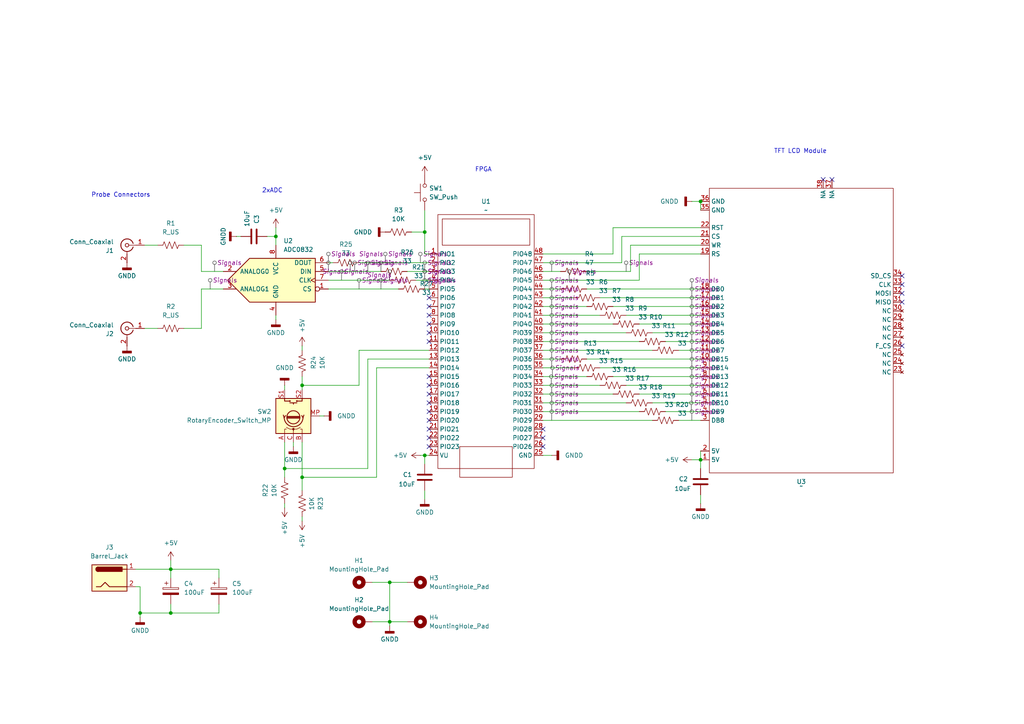
<source format=kicad_sch>
(kicad_sch (version 20231120) (generator "eeschema") (generator_version "8.0")
  (paper "A4")
  (lib_symbols
    (symbol "Analog_ADC:ADC0832" (pin_names (offset 1.016))
      (property "Reference" "U" (at -7.62 7.62 0))
      (property "Value" "ADC0832" (at 3.81 7.62 0))
      (symbol "ADC0832_0_1"
        (polyline (pts (xy -13.97 0) (xy -7.62 6.35) (xy 11.43 6.35) (xy 11.43 -6.35) (xy -7.62 -6.35) (xy -13.97 0)) (stroke (width 0.254)) (fill (type background)))
      )
      (symbol "ADC0832_1_1"
        (pin input inverted (at 15.24 -2.54 180) (length 3.81) (name "CS") (number "1"))
        (pin input line (at -15.24 2.54 0) (length 3.81) (name "ANALOG0") (number "2"))
        (pin input line (at -15.24 -2.54 0) (length 3.81) (name "ANALOG1") (number "3"))
        (pin input line (at 0 -10.16 90) (length 3.81) (name "GND") (number "4"))
        (pin input line (at 15.24 2.54 180) (length 3.81) (name "DIN") (number "5"))
        (pin output line (at 15.24 5.08 180) (length 3.81) (name "DOUT") (number "6"))
        (pin input clock (at 15.24 0 180) (length 3.81) (name "CLK") (number "7"))
        (pin input line (at 0 10.16 270) (length 3.81) (name "VCC") (number "8"))
      )
    )
    (symbol "Arduino:TFT_LCD_ArduinoMegaShield"
      (property "Reference" "U" (at 0 0 0))
      (symbol "TFT_LCD_ArduinoMegaShield_0_1"
        (rectangle (start -26.67 -2.54) (end 26.67 -85.09))
      )
      (symbol "TFT_LCD_ArduinoMegaShield_1_1"
        (pin power_in line (at 29.21 -6.35 180) (length 2.54) (name "5V") (number "1"))
        (pin input line (at 29.21 -35.56 180) (length 2.54) (name "DB15") (number "10"))
        (pin input line (at 29.21 -38.1 180) (length 2.54) (name "DB7") (number "11"))
        (pin input line (at 29.21 -40.64 180) (length 2.54) (name "DB6") (number "12"))
        (pin input line (at 29.21 -43.18 180) (length 2.54) (name "DB5") (number "13"))
        (pin input line (at 29.21 -45.72 180) (length 2.54) (name "DB4") (number "14"))
        (pin input line (at 29.21 -48.26 180) (length 2.54) (name "DB3") (number "15"))
        (pin input line (at 29.21 -50.8 180) (length 2.54) (name "DB2") (number "16"))
        (pin input line (at 29.21 -53.34 180) (length 2.54) (name "DB1") (number "17"))
        (pin input line (at 29.21 -55.88 180) (length 2.54) (name "DB0") (number "18"))
        (pin input line (at 29.21 -66.04 180) (length 2.54) (name "RS") (number "19"))
        (pin power_in line (at 29.21 -8.89 180) (length 2.54) (name "5V") (number "2"))
        (pin input line (at 29.21 -68.58 180) (length 2.54) (name "WR") (number "20"))
        (pin input line (at 29.21 -71.12 180) (length 2.54) (name "CS") (number "21"))
        (pin input line (at 29.21 -73.66 180) (length 2.54) (name "RST") (number "22"))
        (pin no_connect line (at -29.21 -31.75 0) (length 2.54) (name "NC") (number "23"))
        (pin no_connect line (at -29.21 -34.29 0) (length 2.54) (name "NC") (number "24"))
        (pin no_connect line (at -29.21 -36.83 0) (length 2.54) (name "NC") (number "25"))
        (pin input line (at -29.21 -39.37 0) (length 2.54) (name "F_CS") (number "26"))
        (pin no_connect line (at -29.21 -41.91 0) (length 2.54) (name "NC") (number "27"))
        (pin no_connect line (at -29.21 -44.45 0) (length 2.54) (name "NC") (number "28"))
        (pin no_connect line (at -29.21 -46.99 0) (length 2.54) (name "NC") (number "29"))
        (pin input line (at 29.21 -17.78 180) (length 2.54) (name "DB8") (number "3"))
        (pin no_connect line (at -29.21 -49.53 0) (length 2.54) (name "NC") (number "30"))
        (pin output line (at -29.21 -52.07 0) (length 2.54) (name "MISO") (number "31"))
        (pin input line (at -29.21 -54.61 0) (length 2.54) (name "MOSI") (number "32"))
        (pin input line (at -29.21 -57.15 0) (length 2.54) (name "CLK") (number "33"))
        (pin input line (at -29.21 -59.69 0) (length 2.54) (name "SD_CS") (number "34"))
        (pin power_in line (at 29.21 -78.74 180) (length 2.54) (name "GND") (number "35"))
        (pin power_in line (at 29.21 -81.28 180) (length 2.54) (name "GND") (number "36"))
        (pin input line (at -8.89 -87.63 90) (length 2.54) (name "NA") (number "37"))
        (pin input line (at -6.35 -87.63 90) (length 2.54) (name "NA") (number "38"))
        (pin input line (at 29.21 -20.32 180) (length 2.54) (name "DB9") (number "4"))
        (pin input line (at 29.21 -22.86 180) (length 2.54) (name "DB10") (number "5"))
        (pin input line (at 29.21 -25.4 180) (length 2.54) (name "DB11") (number "6"))
        (pin input line (at 29.21 -27.94 180) (length 2.54) (name "DB12") (number "7"))
        (pin input line (at 29.21 -30.48 180) (length 2.54) (name "DB13") (number "8"))
        (pin input line (at 29.21 -33.02 180) (length 2.54) (name "DB14") (number "9"))
      )
    )
    (symbol "Connector:Barrel_Jack" (pin_names (offset 1.016))
      (property "Reference" "J" (at 0 5.334 0))
      (property "Value" "Barrel_Jack" (at 0 -5.08 0))
      (symbol "Barrel_Jack_0_1"
        (rectangle (start -5.08 3.81) (end 5.08 -3.81) (stroke (width 0.254)) (fill (type background)))
        (arc (start -3.302 3.175) (mid -3.9343 2.54) (end -3.302 1.905) (stroke (width 0.254)))
        (arc (start -3.302 3.175) (mid -3.9343 2.54) (end -3.302 1.905) (stroke (width 0.254)) (fill (type outline)))
        (polyline (pts (xy 5.08 2.54) (xy 3.81 2.54)) (stroke (width 0.254)))
        (polyline (pts (xy -3.81 -2.54) (xy -2.54 -2.54) (xy -1.27 -1.27) (xy 0 -2.54) (xy 2.54 -2.54) (xy 5.08 -2.54)) (stroke (width 0.254)))
        (rectangle (start 3.683 3.175) (end -3.302 1.905) (stroke (width 0.254)) (fill (type outline)))
      )
      (symbol "Barrel_Jack_1_1"
        (pin passive line (at 7.62 2.54 180) (length 2.54) (name "~") (number "1"))
        (pin passive line (at 7.62 -2.54 180) (length 2.54) (name "~") (number "2"))
      )
    )
    (symbol "Connector:Conn_Coaxial" (pin_names (offset 1.016) hide)
      (property "Reference" "J" (at 0.254 3.048 0))
      (property "Value" "Conn_Coaxial" (at 2.921 0 90))
      (symbol "Conn_Coaxial_0_1"
        (arc (start -1.778 -0.508) (mid 0.2311 -1.8066) (end 1.778 0) (stroke (width 0.254)))
        (polyline (pts (xy -2.54 0) (xy -0.508 0)))
        (polyline (pts (xy 0 -2.54) (xy 0 -1.778)))
        (circle (center 0 0) (radius 0.508) (stroke (width 0.2032)))
        (arc (start 1.778 0) (mid 0.2099 1.8101) (end -1.778 0.508) (stroke (width 0.254)))
      )
      (symbol "Conn_Coaxial_1_1"
        (pin passive line (at -5.08 0 0) (length 2.54) (name "In") (number "1"))
        (pin passive line (at 0 -5.08 90) (length 2.54) (name "Ext") (number "2"))
      )
    )
    (symbol "Device:C" (pin_numbers hide) (pin_names (offset 0.254))
      (property "Reference" "C" (at 0.635 2.54 0))
      (property "Value" "C" (at 0.635 -2.54 0))
      (symbol "C_0_1"
        (polyline (pts (xy -2.032 -0.762) (xy 2.032 -0.762)) (stroke (width 0.508)))
        (polyline (pts (xy -2.032 0.762) (xy 2.032 0.762)) (stroke (width 0.508)))
      )
      (symbol "C_1_1"
        (pin passive line (at 0 3.81 270) (length 2.794) (name "~") (number "1"))
        (pin passive line (at 0 -3.81 90) (length 2.794) (name "~") (number "2"))
      )
    )
    (symbol "Device:C_Polarized" (pin_numbers hide) (pin_names (offset 0.254))
      (property "Reference" "C" (at 0.635 2.54 0))
      (property "Value" "C_Polarized" (at 0.635 -2.54 0))
      (symbol "C_Polarized_0_1"
        (rectangle (start -2.286 0.508) (end 2.286 1.016))
        (polyline (pts (xy -1.778 2.286) (xy -0.762 2.286)))
        (polyline (pts (xy -1.27 2.794) (xy -1.27 1.778)))
        (rectangle (start 2.286 -0.508) (end -2.286 -1.016) (fill (type outline)))
      )
      (symbol "C_Polarized_1_1"
        (pin passive line (at 0 3.81 270) (length 2.794) (name "~") (number "1"))
        (pin passive line (at 0 -3.81 90) (length 2.794) (name "~") (number "2"))
      )
    )
    (symbol "Device:R_US" (pin_numbers hide) (pin_names (offset 0))
      (property "Reference" "R" (at 2.54 0 90))
      (property "Value" "R_US" (at -2.54 0 90))
      (symbol "R_US_0_1"
        (polyline (pts (xy 0 -2.286) (xy 0 -2.54)))
        (polyline (pts (xy 0 2.286) (xy 0 2.54)))
        (polyline (pts (xy 0 -0.762) (xy 1.016 -1.143) (xy 0 -1.524) (xy -1.016 -1.905) (xy 0 -2.286)))
        (polyline (pts (xy 0 0.762) (xy 1.016 0.381) (xy 0 0) (xy -1.016 -0.381) (xy 0 -0.762)))
        (polyline (pts (xy 0 2.286) (xy 1.016 1.905) (xy 0 1.524) (xy -1.016 1.143) (xy 0 0.762)))
      )
      (symbol "R_US_1_1"
        (pin passive line (at 0 3.81 270) (length 1.27) (name "~") (number "1"))
        (pin passive line (at 0 -3.81 90) (length 1.27) (name "~") (number "2"))
      )
    )
    (symbol "Device:RotaryEncoder_Switch_MP" (pin_names (offset 0.254) hide)
      (property "Reference" "SW" (at 0 8.89 0))
      (property "Value" "RotaryEncoder_Switch_MP" (at 0 6.35 0))
      (symbol "RotaryEncoder_Switch_MP_0_1"
        (rectangle (start -5.08 5.08) (end 5.08 -5.08) (stroke (width 0.254)) (fill (type background)))
        (circle (center -3.81 0) (radius 0.254) (fill (type outline)))
        (circle (center -0.381 0) (radius 1.905) (stroke (width 0.254)))
        (arc (start -0.381 2.667) (mid -3.0988 -0.0635) (end -0.381 -2.794) (stroke (width 0.254)))
        (polyline (pts (xy -0.635 -1.778) (xy -0.635 1.778)) (stroke (width 0.254)))
        (polyline (pts (xy -0.381 -1.778) (xy -0.381 1.778)) (stroke (width 0.254)))
        (polyline (pts (xy -0.127 1.778) (xy -0.127 -1.778)) (stroke (width 0.254)))
        (polyline (pts (xy 3.81 0) (xy 3.429 0)) (stroke (width 0.254)))
        (polyline (pts (xy 3.81 1.016) (xy 3.81 -1.016)) (stroke (width 0.254)))
        (polyline (pts (xy -5.08 -2.54) (xy -3.81 -2.54) (xy -3.81 -2.032)))
        (polyline (pts (xy -5.08 2.54) (xy -3.81 2.54) (xy -3.81 2.032)))
        (polyline (pts (xy 0.254 -3.048) (xy -0.508 -2.794) (xy 0.127 -2.413)) (stroke (width 0.254)))
        (polyline (pts (xy 0.254 2.921) (xy -0.508 2.667) (xy 0.127 2.286)) (stroke (width 0.254)))
        (polyline (pts (xy 5.08 -2.54) (xy 4.318 -2.54) (xy 4.318 -1.016)) (stroke (width 0.254)))
        (polyline (pts (xy 5.08 2.54) (xy 4.318 2.54) (xy 4.318 1.016)) (stroke (width 0.254)))
        (polyline (pts (xy -5.08 0) (xy -3.81 0) (xy -3.81 -1.016) (xy -3.302 -2.032)))
        (polyline (pts (xy -4.318 0) (xy -3.81 0) (xy -3.81 1.016) (xy -3.302 2.032)))
        (circle (center 4.318 -1.016) (radius 0.127) (stroke (width 0.254)))
        (circle (center 4.318 1.016) (radius 0.127) (stroke (width 0.254)))
      )
      (symbol "RotaryEncoder_Switch_MP_1_1"
        (pin passive line (at -7.62 2.54 0) (length 2.54) (name "A") (number "A"))
        (pin passive line (at -7.62 -2.54 0) (length 2.54) (name "B") (number "B"))
        (pin passive line (at -7.62 0 0) (length 2.54) (name "C") (number "C"))
        (pin passive line (at 0 -7.62 90) (length 2.54) (name "MP") (number "MP"))
        (pin passive line (at 7.62 2.54 180) (length 2.54) (name "S1") (number "S1"))
        (pin passive line (at 7.62 -2.54 180) (length 2.54) (name "S2") (number "S2"))
      )
    )
    (symbol "Digilent:C7A35T"
      (property "Reference" "U" (at 0 0 0))
      (symbol "C7A35T_0_1"
        (rectangle (start -13.97 -1.27) (end 13.97 -74.93))
        (rectangle (start -12.7 -2.54) (end 12.7 -10.16))
        (rectangle (start -7.62 -68.58) (end 7.62 -77.47))
      )
      (symbol "C7A35T_1_1"
        (pin bidirectional line (at -16.51 -12.7 0) (length 2.54) (name "PIO1") (number "1"))
        (pin bidirectional line (at -16.51 -35.56 0) (length 2.54) (name "PIO10") (number "10"))
        (pin bidirectional line (at -16.51 -38.1 0) (length 2.54) (name "PIO11") (number "11"))
        (pin bidirectional line (at -16.51 -40.64 0) (length 2.54) (name "PIO12") (number "12"))
        (pin bidirectional line (at -16.51 -43.18 0) (length 2.54) (name "PIO13") (number "13"))
        (pin bidirectional line (at -16.51 -45.72 0) (length 2.54) (name "PIO14") (number "14"))
        (pin bidirectional line (at -16.51 -48.26 0) (length 2.54) (name "PIO15") (number "15"))
        (pin bidirectional line (at -16.51 -50.8 0) (length 2.54) (name "PIO16") (number "16"))
        (pin bidirectional line (at -16.51 -53.34 0) (length 2.54) (name "PIO17") (number "17"))
        (pin bidirectional line (at -16.51 -55.88 0) (length 2.54) (name "PIO18") (number "18"))
        (pin bidirectional line (at -16.51 -58.42 0) (length 2.54) (name "PIO19") (number "19"))
        (pin bidirectional line (at -16.51 -15.24 0) (length 2.54) (name "PIO2") (number "2"))
        (pin bidirectional line (at -16.51 -60.96 0) (length 2.54) (name "PIO20") (number "20"))
        (pin bidirectional line (at -16.51 -63.5 0) (length 2.54) (name "PIO21") (number "21"))
        (pin bidirectional line (at -16.51 -66.04 0) (length 2.54) (name "PIO22") (number "22"))
        (pin bidirectional line (at -16.51 -68.58 0) (length 2.54) (name "PIO23") (number "23"))
        (pin power_in line (at -16.51 -71.12 0) (length 2.54) (name "VU") (number "24"))
        (pin power_in line (at 16.51 -71.12 180) (length 2.54) (name "GND") (number "25"))
        (pin bidirectional line (at 16.51 -68.58 180) (length 2.54) (name "PIO26") (number "26"))
        (pin bidirectional line (at 16.51 -66.04 180) (length 2.54) (name "PIO27") (number "27"))
        (pin bidirectional line (at 16.51 -63.5 180) (length 2.54) (name "PIO28") (number "28"))
        (pin bidirectional line (at 16.51 -60.96 180) (length 2.54) (name "PIO29") (number "29"))
        (pin bidirectional line (at -16.51 -17.78 0) (length 2.54) (name "PIO3") (number "3"))
        (pin bidirectional line (at 16.51 -58.42 180) (length 2.54) (name "PIO30") (number "30"))
        (pin bidirectional line (at 16.51 -55.88 180) (length 2.54) (name "PIO31") (number "31"))
        (pin bidirectional line (at 16.51 -53.34 180) (length 2.54) (name "PIO32") (number "32"))
        (pin bidirectional line (at 16.51 -50.8 180) (length 2.54) (name "PIO33") (number "33"))
        (pin bidirectional line (at 16.51 -48.26 180) (length 2.54) (name "PIO34") (number "34"))
        (pin bidirectional line (at 16.51 -45.72 180) (length 2.54) (name "PIO35") (number "35"))
        (pin bidirectional line (at 16.51 -43.18 180) (length 2.54) (name "PIO36") (number "36"))
        (pin bidirectional line (at 16.51 -40.64 180) (length 2.54) (name "PIO37") (number "37"))
        (pin bidirectional line (at 16.51 -38.1 180) (length 2.54) (name "PIO38") (number "38"))
        (pin bidirectional line (at 16.51 -35.56 180) (length 2.54) (name "PIO39") (number "39"))
        (pin bidirectional line (at -16.51 -20.32 0) (length 2.54) (name "PIO4") (number "4"))
        (pin bidirectional line (at 16.51 -33.02 180) (length 2.54) (name "PIO40") (number "40"))
        (pin bidirectional line (at 16.51 -30.48 180) (length 2.54) (name "PIO41") (number "41"))
        (pin bidirectional line (at 16.51 -27.94 180) (length 2.54) (name "PIO42") (number "42"))
        (pin bidirectional line (at 16.51 -25.4 180) (length 2.54) (name "PIO43") (number "43"))
        (pin bidirectional line (at 16.51 -22.86 180) (length 2.54) (name "PIO44") (number "44"))
        (pin bidirectional line (at 16.51 -20.32 180) (length 2.54) (name "PIO45") (number "45"))
        (pin bidirectional line (at 16.51 -17.78 180) (length 2.54) (name "PIO46") (number "46"))
        (pin bidirectional line (at 16.51 -15.24 180) (length 2.54) (name "PIO47") (number "47"))
        (pin bidirectional line (at 16.51 -12.7 180) (length 2.54) (name "PIO48") (number "48"))
        (pin bidirectional line (at -16.51 -22.86 0) (length 2.54) (name "PIO5") (number "5"))
        (pin bidirectional line (at -16.51 -25.4 0) (length 2.54) (name "PIO6") (number "6"))
        (pin bidirectional line (at -16.51 -27.94 0) (length 2.54) (name "PIO7") (number "7"))
        (pin bidirectional line (at -16.51 -30.48 0) (length 2.54) (name "PIO8") (number "8"))
        (pin bidirectional line (at -16.51 -33.02 0) (length 2.54) (name "PIO9") (number "9"))
      )
    )
    (symbol "Mechanical:MountingHole_Pad" (pin_numbers hide) (pin_names (offset 1.016) hide) (exclude_from_sim yes) (in_bom no)
      (property "Reference" "H" (at 0 6.35 0))
      (property "Value" "MountingHole_Pad" (at 0 4.445 0))
      (symbol "MountingHole_Pad_0_1"
        (circle (center 0 1.27) (radius 1.27) (stroke (width 1.27)))
      )
      (symbol "MountingHole_Pad_1_1"
        (pin input line (at 0 -2.54 90) (length 2.54) (name "1") (number "1"))
      )
    )
    (symbol "Switch:SW_Push" (pin_numbers hide) (pin_names (offset 1.016) hide)
      (property "Reference" "SW" (at 1.27 2.54 0))
      (property "Value" "SW_Push" (at 0 -1.524 0))
      (symbol "SW_Push_0_1"
        (circle (center -2.032 0) (radius 0.508))
        (polyline (pts (xy 0 1.27) (xy 0 3.048)))
        (polyline (pts (xy 2.54 1.27) (xy -2.54 1.27)))
        (circle (center 2.032 0) (radius 0.508))
        (pin passive line (at -5.08 0 0) (length 2.54) (name "1") (number "1"))
        (pin passive line (at 5.08 0 180) (length 2.54) (name "2") (number "2"))
      )
    )
    (symbol "power:+5V" (power) (pin_numbers hide) (pin_names (offset 0) hide)
      (property "Value" "+5V" (at 0 3.556 0))
      (symbol "+5V_0_1"
        (polyline (pts (xy -0.762 1.27) (xy 0 2.54)))
        (polyline (pts (xy 0 0) (xy 0 2.54)))
        (polyline (pts (xy 0 2.54) (xy 0.762 1.27)))
      )
      (symbol "+5V_1_1"
        (pin power_in line (at 0 0 90) (length 0) (name "~") (number "1"))
      )
    )
    (symbol "power:GNDD" (power) (pin_numbers hide) (pin_names (offset 0) hide)
      (property "Value" "GNDD" (at 0 -3.175 0))
      (symbol "GNDD_0_1"
        (rectangle (start -1.27 -1.524) (end 1.27 -2.032) (stroke (width 0.254)) (fill (type outline)))
        (polyline (pts (xy 0 0) (xy 0 -1.524)))
      )
      (symbol "GNDD_1_1"
        (pin power_in line (at 0 0 270) (length 0) (name "~") (number "1"))
      )
    )
  )
  (junction (at 87.63 111.76))
  (junction (at 49.53 165.1))
  (junction (at 80.01 68.58))
  (junction (at 40.64 177.8))
  (junction (at 82.55 135.89))
  (junction (at 123.19 67.31))
  (junction (at 203.2 133.35))
  (junction (at 123.19 132.08))
  (junction (at 49.53 177.8))
  (junction (at 87.63 138.43))
  (junction (at 113.03 180.34))
  (junction (at 203.2 58.42))
  (junction (at 113.03 168.91))
  (no_connect (at 124.46 109.22))
  (no_connect (at 261.62 82.55))
  (no_connect (at 261.62 85.09))
  (no_connect (at 124.46 91.44))
  (no_connect (at 238.76 52.07))
  (no_connect (at 124.46 96.52))
  (no_connect (at 124.46 127))
  (no_connect (at 157.48 129.54))
  (no_connect (at 124.46 99.06))
  (no_connect (at 124.46 111.76))
  (no_connect (at 157.48 124.46))
  (no_connect (at 124.46 88.9))
  (no_connect (at 261.62 80.01))
  (no_connect (at 157.48 127))
  (no_connect (at 261.62 100.33))
  (no_connect (at 124.46 93.98))
  (no_connect (at 124.46 114.3))
  (no_connect (at 261.62 87.63))
  (no_connect (at 124.46 129.54))
  (no_connect (at 124.46 124.46))
  (no_connect (at 124.46 116.84))
  (no_connect (at 124.46 119.38))
  (no_connect (at 124.46 86.36))
  (no_connect (at 124.46 121.92))
  (no_connect (at 241.3 52.07))
  (wire (pts (xy 157.48 114.3) (xy 177.8 114.3)))
  (wire (pts (xy 203.2 143.51) (xy 203.2 146.05)))
  (wire (pts (xy 123.19 73.66) (xy 124.46 73.66)))
  (wire (pts (xy 182.88 78.74) (xy 182.88 71.12)))
  (wire (pts (xy 69.85 68.58) (xy 68.58 68.58)))
  (wire (pts (xy 173.99 106.68) (xy 203.2 106.68)))
  (wire (pts (xy 109.22 106.68) (xy 124.46 106.68)))
  (wire (pts (xy 181.61 91.44) (xy 203.2 91.44)))
  (wire (pts (xy 157.48 109.22) (xy 170.18 109.22)))
  (wire (pts (xy 96.52 76.2) (xy 95.25 76.2)))
  (wire (pts (xy 87.63 111.76) (xy 104.14 111.76)))
  (wire (pts (xy 157.48 121.92) (xy 189.23 121.92)))
  (wire (pts (xy 63.5 165.1) (xy 49.53 165.1)))
  (wire (pts (xy 63.5 167.64) (xy 63.5 165.1)))
  (wire (pts (xy 203.2 130.81) (xy 203.2 133.35)))
  (wire (pts (xy 157.48 73.66) (xy 177.8 73.66)))
  (wire (pts (xy 82.55 128.27) (xy 82.55 135.89)))
  (wire (pts (xy 40.64 177.8) (xy 40.64 170.18)))
  (wire (pts (xy 157.48 101.6) (xy 189.23 101.6)))
  (wire (pts (xy 87.63 151.13) (xy 87.63 149.86)))
  (wire (pts (xy 157.48 88.9) (xy 170.18 88.9)))
  (wire (pts (xy 157.48 81.28) (xy 185.42 81.28)))
  (wire (pts (xy 113.03 168.91) (xy 113.03 180.34)))
  (wire (pts (xy 170.18 78.74) (xy 182.88 78.74)))
  (wire (pts (xy 123.19 67.31) (xy 123.19 73.66)))
  (wire (pts (xy 113.03 168.91) (xy 118.11 168.91)))
  (wire (pts (xy 157.48 119.38) (xy 185.42 119.38)))
  (wire (pts (xy 203.2 68.58) (xy 180.34 68.58)))
  (wire (pts (xy 41.91 95.25) (xy 45.72 95.25)))
  (wire (pts (xy 106.68 104.14) (xy 124.46 104.14)))
  (wire (pts (xy 107.95 168.91) (xy 113.03 168.91)))
  (wire (pts (xy 104.14 101.6) (xy 124.46 101.6)))
  (wire (pts (xy 58.42 71.12) (xy 58.42 78.74)))
  (wire (pts (xy 87.63 128.27) (xy 87.63 138.43)))
  (wire (pts (xy 106.68 135.89) (xy 106.68 104.14)))
  (wire (pts (xy 157.48 78.74) (xy 162.56 78.74)))
  (wire (pts (xy 177.8 88.9) (xy 203.2 88.9)))
  (wire (pts (xy 113.03 180.34) (xy 118.11 180.34)))
  (wire (pts (xy 181.61 111.76) (xy 203.2 111.76)))
  (wire (pts (xy 87.63 109.22) (xy 87.63 111.76)))
  (wire (pts (xy 49.53 175.26) (xy 49.53 177.8)))
  (wire (pts (xy 177.8 109.22) (xy 203.2 109.22)))
  (wire (pts (xy 189.23 116.84) (xy 203.2 116.84)))
  (wire (pts (xy 93.98 120.65) (xy 92.71 120.65)))
  (wire (pts (xy 104.14 111.76) (xy 104.14 101.6)))
  (wire (pts (xy 157.48 83.82) (xy 162.56 83.82)))
  (wire (pts (xy 123.19 83.82) (xy 124.46 83.82)))
  (wire (pts (xy 87.63 100.33) (xy 87.63 101.6)))
  (wire (pts (xy 58.42 95.25) (xy 53.34 95.25)))
  (wire (pts (xy 196.85 101.6) (xy 203.2 101.6)))
  (wire (pts (xy 58.42 78.74) (xy 64.77 78.74)))
  (wire (pts (xy 157.48 91.44) (xy 173.99 91.44)))
  (wire (pts (xy 182.88 71.12) (xy 203.2 71.12)))
  (wire (pts (xy 95.25 81.28) (xy 113.03 81.28)))
  (wire (pts (xy 193.04 99.06) (xy 203.2 99.06)))
  (wire (pts (xy 157.48 104.14) (xy 162.56 104.14)))
  (wire (pts (xy 170.18 83.82) (xy 203.2 83.82)))
  (wire (pts (xy 113.03 180.34) (xy 113.03 181.61)))
  (wire (pts (xy 49.53 165.1) (xy 49.53 167.64)))
  (wire (pts (xy 87.63 111.76) (xy 87.63 113.03)))
  (wire (pts (xy 82.55 147.32) (xy 82.55 146.05)))
  (wire (pts (xy 41.91 71.12) (xy 45.72 71.12)))
  (wire (pts (xy 157.48 99.06) (xy 185.42 99.06)))
  (wire (pts (xy 203.2 133.35) (xy 203.2 135.89)))
  (wire (pts (xy 196.85 121.92) (xy 203.2 121.92)))
  (wire (pts (xy 203.2 58.42) (xy 203.2 60.96)))
  (wire (pts (xy 118.11 78.74) (xy 124.46 78.74)))
  (wire (pts (xy 82.55 111.76) (xy 82.55 113.03)))
  (wire (pts (xy 123.19 142.24) (xy 123.19 144.78)))
  (wire (pts (xy 80.01 91.44) (xy 80.01 92.71)))
  (wire (pts (xy 85.09 128.27) (xy 85.09 129.54)))
  (wire (pts (xy 95.25 78.74) (xy 110.49 78.74)))
  (wire (pts (xy 87.63 138.43) (xy 87.63 142.24)))
  (wire (pts (xy 177.8 73.66) (xy 177.8 66.04)))
  (wire (pts (xy 157.48 76.2) (xy 180.34 76.2)))
  (wire (pts (xy 40.64 179.07) (xy 40.64 177.8)))
  (wire (pts (xy 157.48 96.52) (xy 181.61 96.52)))
  (wire (pts (xy 80.01 68.58) (xy 77.47 68.58)))
  (wire (pts (xy 200.66 58.42) (xy 203.2 58.42)))
  (wire (pts (xy 63.5 177.8) (xy 49.53 177.8)))
  (wire (pts (xy 173.99 86.36) (xy 203.2 86.36)))
  (wire (pts (xy 80.01 66.04) (xy 80.01 68.58)))
  (wire (pts (xy 170.18 104.14) (xy 203.2 104.14)))
  (wire (pts (xy 177.8 66.04) (xy 203.2 66.04)))
  (wire (pts (xy 49.53 162.56) (xy 49.53 165.1)))
  (wire (pts (xy 63.5 175.26) (xy 63.5 177.8)))
  (wire (pts (xy 180.34 68.58) (xy 180.34 76.2)))
  (wire (pts (xy 185.42 114.3) (xy 203.2 114.3)))
  (wire (pts (xy 189.23 96.52) (xy 203.2 96.52)))
  (wire (pts (xy 123.19 132.08) (xy 123.19 134.62)))
  (wire (pts (xy 82.55 135.89) (xy 106.68 135.89)))
  (wire (pts (xy 107.95 180.34) (xy 113.03 180.34)))
  (wire (pts (xy 123.19 132.08) (xy 124.46 132.08)))
  (wire (pts (xy 64.77 83.82) (xy 58.42 83.82)))
  (wire (pts (xy 104.14 76.2) (xy 124.46 76.2)))
  (wire (pts (xy 200.66 133.35) (xy 203.2 133.35)))
  (wire (pts (xy 119.38 67.31) (xy 123.19 67.31)))
  (wire (pts (xy 185.42 73.66) (xy 185.42 81.28)))
  (wire (pts (xy 87.63 138.43) (xy 109.22 138.43)))
  (wire (pts (xy 53.34 71.12) (xy 58.42 71.12)))
  (wire (pts (xy 109.22 138.43) (xy 109.22 106.68)))
  (wire (pts (xy 157.48 111.76) (xy 173.99 111.76)))
  (wire (pts (xy 157.48 106.68) (xy 166.37 106.68)))
  (wire (pts (xy 157.48 116.84) (xy 181.61 116.84)))
  (wire (pts (xy 185.42 93.98) (xy 203.2 93.98)))
  (wire (pts (xy 193.04 119.38) (xy 203.2 119.38)))
  (wire (pts (xy 95.25 83.82) (xy 115.57 83.82)))
  (wire (pts (xy 203.2 73.66) (xy 185.42 73.66)))
  (wire (pts (xy 40.64 170.18) (xy 39.37 170.18)))
  (wire (pts (xy 82.55 135.89) (xy 82.55 138.43)))
  (wire (pts (xy 157.48 93.98) (xy 177.8 93.98)))
  (wire (pts (xy 58.42 83.82) (xy 58.42 95.25)))
  (wire (pts (xy 39.37 165.1) (xy 49.53 165.1)))
  (wire (pts (xy 121.92 132.08) (xy 123.19 132.08)))
  (wire (pts (xy 120.65 81.28) (xy 124.46 81.28)))
  (wire (pts (xy 123.19 60.96) (xy 123.19 67.31)))
  (wire (pts (xy 49.53 177.8) (xy 40.64 177.8)))
  (wire (pts (xy 80.01 68.58) (xy 80.01 71.12)))
  (wire (pts (xy 157.48 132.08) (xy 160.02 132.08)))
  (wire (pts (xy 157.48 86.36) (xy 166.37 86.36)))
  (text "TFT LCD Module" (at 232.156 43.942 0) (effects (font (size 1.27 1.27))))
  (text "Probe Connectors" (at 35.052 56.642 0) (effects (font (size 1.27 1.27))))
  (text "FPGA" (at 140.208 49.276 0) (effects (font (size 1.27 1.27))))
  (text "2xADC" (at 78.994 55.372 0) (effects (font (size 1.27 1.27))))
  (netclass_flag "" (length 2.54) (shape round) (at 160.02 116.84 0) (property "Netclass" "Signals" (at 160.7185 114.3 0) (effects (font (italic yes)) (justify left))))
  (netclass_flag "" (length 2.54) (shape round) (at 123.19 81.28 0) (property "Netclass" "Signals" (at 123.8885 78.74 0) (effects (font (italic yes)) (justify left))))
  (netclass_flag "" (length 2.54) (shape round) (at 123.19 81.28 0) (property "Netclass" "Signals" (at 123.8885 78.74 0) (effects (font (italic yes)) (justify left))))
  (netclass_flag "" (length 2.54) (shape round) (at 200.66 116.84 0) (property "Netclass" "Signals" (at 201.3585 114.3 0) (effects (font (italic yes)) (justify left))))
  (netclass_flag "" (length 2.54) (shape round) (at 160.02 99.06 0) (property "Netclass" "Signals" (at 160.7185 96.52 0) (effects (font (italic yes)) (justify left))))
  (netclass_flag "" (length 2.54) (shape round) (at 101.5759 78.74 0) (property "Netclass" "Signals" (at 104.0524 73.66 0) (effects (font (italic yes)) (justify left))))
  (netclass_flag "" (length 2.54) (shape round) (at 160.02 88.9 0) (property "Netclass" "Signals" (at 160.7185 86.36 0) (effects (font (italic yes)) (justify left))))
  (netclass_flag "" (length 2.54) (shape round) (at 110.49 78.74 0) (property "Netclass" "Signals" (at 111.1885 76.2 0) (effects (font (italic yes)) (justify left))))
  (netclass_flag "" (length 2.54) (shape round) (at 60.96 83.82 0) (property "Netclass" "Signals" (at 61.6585 81.28 0) (effects (font (italic yes)) (justify left))))
  (netclass_flag "" (length 2.54) (shape round) (at 181.61 78.74 0) (property "Netclass" "Signals" (at 182.3085 76.2 0) (effects (font (italic yes)) (justify left))))
  (netclass_flag "" (length 2.54) (shape round) (at 200.66 111.76 0) (property "Netclass" "Signals" (at 201.3585 109.22 0) (effects (font (italic yes)) (justify left))))
  (netclass_flag "" (length 2.54) (shape round) (at 200.66 99.06 0) (property "Netclass" "Signals" (at 201.3585 96.52 0) (effects (font (italic yes)) (justify left))))
  (netclass_flag "" (length 2.54) (shape round) (at 160.02 114.3 0) (property "Netclass" "Signals" (at 160.7185 111.76 0) (effects (font (italic yes)) (justify left))))
  (netclass_flag "" (length 2.54) (shape round) (at 200.66 104.14 0) (property "Netclass" "Signals" (at 201.3585 101.6 0) (effects (font (italic yes)) (justify left))))
  (netclass_flag "" (length 2.54) (shape round) (at 104.14 83.82 0) (property "Netclass" "Signals" (at 104.8385 81.28 0) (effects (font (italic yes)) (justify left))))
  (netclass_flag "" (length 2.54) (shape round) (at 200.66 114.3 0) (property "Netclass" "Signals" (at 201.3585 111.76 0) (effects (font (italic yes)) (justify left))))
  (netclass_flag "" (length 2.54) (shape round) (at 110.49 83.82 0) (property "Netclass" "Signals" (at 111.1885 81.28 0) (effects (font (italic yes)) (justify left))))
  (netclass_flag "" (length 2.54) (shape round) (at 200.66 91.44 0) (property "Netclass" "Signals" (at 201.3585 88.9 0) (effects (font (italic yes)) (justify left))))
  (netclass_flag "" (length 2.54) (shape round) (at 102.87 78.74 0) (property "Netclass" "Signals" (at 103.5685 76.2 0) (effects (font (italic yes)) (justify left))))
  (netclass_flag "" (length 2.54) (shape round) (at 62.23 78.74 0) (property "Netclass" "Signals" (at 62.9285 76.2 0) (effects (font (italic yes)) (justify left))))
  (netclass_flag "" (length 2.54) (shape round) (at 160.02 86.36 0) (property "Netclass" "Signals" (at 160.7185 83.82 0) (effects (font (italic yes)) (justify left))))
  (netclass_flag "" (length 2.54) (shape round) (at 200.66 96.52 0) (property "Netclass" "Signals" (at 201.3585 93.98 0) (effects (font (italic yes)) (justify left))))
  (netclass_flag "" (length 2.54) (shape round) (at 95.25 78.74 0) (property "Netclass" "Signals" (at 93.472 78.74 0) (effects (font (italic yes)) (justify left))))
  (netclass_flag "" (length 2.54) (shape round) (at 159.8868 111.76 0) (property "Netclass" "Signals" (at 160.5853 109.22 0) (effects (font (italic yes)) (justify left))))
  (netclass_flag "" (length 2.54) (shape round) (at 160.0199 93.98 0) (property "Netclass" "Signals" (at 160.7184 91.44 0) (effects (font (italic yes)) (justify left))))
  (netclass_flag "" (length 2.54) (shape round) (at 200.66 83.82 0) (property "Netclass" "Signals" (at 201.3585 81.28 0) (effects (font (italic yes)) (justify left))))
  (netclass_flag "" (length 2.54) (shape round) (at 113.03 81.28 0) (property "Netclass" "Signals" (at 106.426 79.756 0) (effects (font (italic yes)) (justify left))))
  (netclass_flag "" (length 2.54) (shape round) (at 200.66 86.36 0) (property "Netclass" "Signals" (at 201.3585 83.82 0) (effects (font (italic yes)) (justify left))))
  (netclass_flag "" (length 2.54) (shape round) (at 160.02 96.52 0) (property "Netclass" "Signals" (at 160.7185 93.98 0) (effects (font (italic yes)) (justify left))))
  (netclass_flag "" (length 2.54) (shape round) (at 121.92 76.2 0) (property "Netclass" "Signals" (at 122.6185 73.66 0) (effects (font (italic yes)) (justify left))))
  (netclass_flag "" (length 2.54) (shape round) (at 123.19 83.82 0) (property "Netclass" "Signals" (at 123.8885 81.28 0) (effects (font (italic yes)) (justify left))))
  (netclass_flag "" (length 2.54) (shape round) (at 200.66 101.6 0) (property "Netclass" "Signals" (at 201.3585 99.06 0) (effects (font (italic yes)) (justify left))))
  (netclass_flag "" (length 2.54) (shape round) (at 200.66 109.22 0) (property "Netclass" "Signals" (at 201.3585 106.68 0) (effects (font (italic yes)) (justify left))))
  (netclass_flag "" (length 2.54) (shape round) (at 160.02 101.6 0) (property "Netclass" "Signals" (at 160.7185 99.06 0) (effects (font (italic yes)) (justify left))))
  (netclass_flag "" (length 2.54) (shape round) (at 106.68 78.74 0) (property "Netclass" "Signals" (at 107.3785 76.2 0) (effects (font (italic yes)) (justify left))))
  (netclass_flag "" (length 2.54) (shape round) (at 160.02 78.74 0) (property "Netclass" "Signals" (at 160.7185 76.2 0) (effects (font (italic yes)) (justify left))))
  (netclass_flag "" (length 2.54) (shape round) (at 200.66 121.92 0) (property "Netclass" "Signals" (at 201.3585 119.38 0) (effects (font (italic yes)) (justify left))))
  (netclass_flag "" (length 2.54) (shape round) (at 160.02 91.44 0) (property "Netclass" "Signals" (at 160.7185 88.9 0) (effects (font (italic yes)) (justify left))))
  (netclass_flag "" (length 2.54) (shape round) (at 200.66 88.9 0) (property "Netclass" "Signals" (at 201.3585 86.36 0) (effects (font (italic yes)) (justify left))))
  (netclass_flag "" (length 2.54) (shape round) (at 160.02 104.14 0) (property "Netclass" "Signals" (at 160.7185 101.6 0) (effects (font (italic yes)) (justify left))))
  (netclass_flag "" (length 2.54) (shape round) (at 160.2197 109.22 0) (property "Netclass" "Signals" (at 160.9182 106.68 0) (effects (font (italic yes)) (justify left))))
  (netclass_flag "" (length 2.54) (shape round) (at 111.76 76.2 0) (property "Netclass" "Signals" (at 112.4585 73.66 0) (effects (font (italic yes)) (justify left))))
  (netclass_flag "" (length 2.54) (shape round) (at 160.02 119.38 0) (property "Netclass" "Signals" (at 160.7185 116.84 0) (effects (font (italic yes)) (justify left))))
  (netclass_flag "" (length 2.54) (shape round) (at 200.66 106.68 0) (property "Netclass" "Signals" (at 201.3585 104.14 0) (effects (font (italic yes)) (justify left))))
  (netclass_flag "" (length 2.54) (shape round) (at 165.1 81.28 0) (property "Netclass" "Signals" (at 165.7985 78.74 0) (effects (font (italic yes)) (justify left))))
  (netclass_flag "" (length 2.54) (shape round) (at 124.46 83.82 0) (property "Netclass" "Signals" (at 125.1585 81.28 0) (effects (font (italic yes)) (justify left))))
  (netclass_flag "" (length 2.54) (shape round) (at 95.25 76.2 0) (property "Netclass" "Signals" (at 95.9485 73.66 0) (effects (font (italic yes)) (justify left))))
  (netclass_flag "" (length 2.54) (shape round) (at 200.66 93.98 0) (property "Netclass" "Signals" (at 201.3585 91.44 0) (effects (font (italic yes)) (justify left))))
  (netclass_flag "" (length 2.54) (shape round) (at 160.02 83.82 0) (property "Netclass" "Signals" (at 160.7185 81.28 0) (effects (font (italic yes)) (justify left))))
  (netclass_flag "" (length 2.54) (shape round) (at 200.5007 119.38 0) (property "Netclass" "Signals" (at 201.1992 116.84 0) (effects (font (italic yes)) (justify left))))
  (netclass_flag "" (length 2.54) (shape round) (at 160.02 121.92 0) (property "Netclass" "Signals" (at 160.7185 119.38 0) (effects (font (italic yes)) (justify left))))
  (netclass_flag "" (length 2.54) (shape round) (at 99.06 81.28 0) (property "Netclass" "Signals" (at 99.7585 78.74 0) (effects (font (italic yes)) (justify left))))
  (netclass_flag "" (length 2.54) (shape round) (at 160.02 106.68 0) (property "Netclass" "Signals" (at 160.7185 104.14 0) (effects (font (italic yes)) (justify left))))
  (netclass_flag "" (length 2.54) (shape round) (at 123.19 78.74 0) (property "Netclass" "Signals" (at 123.8885 76.2 0) (effects (font (italic yes)) (justify left))))
  (netclass_flag "" (length 2.54) (shape round) (at 123.19 81.28 0) (property "Netclass" "Signals" (at 123.8885 78.74 0) (effects (font (italic yes)) (justify left))))
  (symbol (lib_id "Device:R_US") (at 185.42 96.52 90) (unit 1)
    (property "Reference" "R10" (at 190.246 91.948 90))
    (property "Value" "33" (at 190.246 94.488 90))
    (property "Footprint" "Resistor_SMD:R_0805_2012Metric_Pad1.20x1.40mm_HandSolder" (effects (hide yes)))
    (property "Description" "Resistor, US symbol" (effects (hide yes)))
  )
  (symbol (lib_id "Mechanical:MountingHole_Pad") (at 120.65 168.91 270) (unit 1) (exclude_from_sim yes) (in_bom no)
    (property "Reference" "H3" (at 124.46 167.6399 90) (effects (justify left)))
    (property "Value" "MountingHole_Pad" (at 124.46 170.1799 90) (effects (justify left)))
    (property "Footprint" "MountingHole:MountingHole_3.2mm_M3_DIN965_Pad" (effects (hide yes)))
    (property "Description" "Mounting Hole with connection" (effects (hide yes)))
  )
  (symbol (lib_id "power:GNDD") (at 111.76 67.31 270) (unit 1)
    (property "Reference" "#PWR5" (effects (hide yes)))
    (property "Value" "GNDD" (at 107.95 67.3099 90) (effects (justify right)))
    (property "Description" "Power symbol creates a global label with name \"GNDD\" , digital ground" (effects (hide yes)))
  )
  (symbol (lib_id "power:+5V") (at 80.01 66.04 0) (unit 1)
    (property "Reference" "#PWR1" (effects (hide yes)))
    (property "Value" "+5V" (at 80.01 60.96 0))
    (property "Description" "Power symbol creates a global label with name \"+5V\"" (effects (hide yes)))
  )
  (symbol (lib_id "Device:R_US") (at 49.53 71.12 90) (unit 1)
    (property "Reference" "R1" (at 49.53 64.77 90))
    (property "Value" "R_US" (at 49.53 67.31 90))
    (property "Footprint" "Resistor_SMD:R_0805_2012Metric_Pad1.20x1.40mm_HandSolder" (effects (hide yes)))
    (property "Description" "Resistor, US symbol" (effects (hide yes)))
  )
  (symbol (lib_id "Device:R_US") (at 166.37 83.82 90) (unit 1)
    (property "Reference" "R5" (at 171.196 79.248 90))
    (property "Value" "33" (at 171.196 81.788 90))
    (property "Footprint" "Resistor_SMD:R_0805_2012Metric_Pad1.20x1.40mm_HandSolder" (effects (hide yes)))
    (property "Description" "Resistor, US symbol" (effects (hide yes)))
  )
  (symbol (lib_id "Device:C_Polarized") (at 63.5 171.45 0) (unit 1)
    (property "Reference" "C5" (at 67.31 169.2909 0) (effects (justify left)))
    (property "Value" "100uF" (at 67.31 171.8309 0) (effects (justify left)))
    (property "Footprint" "Capacitor_THT:CP_Radial_D8.0mm_P2.50mm" (effects (hide yes)))
    (property "Description" "Polarized capacitor" (effects (hide yes)))
  )
  (symbol (lib_id "Device:R_US") (at 181.61 114.3 90) (unit 1)
    (property "Reference" "R17" (at 186.436 109.728 90))
    (property "Value" "33" (at 186.436 112.268 90))
    (property "Footprint" "Resistor_SMD:R_0805_2012Metric_Pad1.20x1.40mm_HandSolder" (effects (hide yes)))
    (property "Description" "Resistor, US symbol" (effects (hide yes)))
  )
  (symbol (lib_id "Device:R_US") (at 173.99 109.22 90) (unit 1)
    (property "Reference" "R15" (at 178.816 104.648 90))
    (property "Value" "33" (at 178.816 107.188 90))
    (property "Footprint" "Resistor_SMD:R_0805_2012Metric_Pad1.20x1.40mm_HandSolder" (effects (hide yes)))
    (property "Description" "Resistor, US symbol" (effects (hide yes)))
  )
  (symbol (lib_id "power:+5V") (at 87.63 151.13 0) (mirror x) (unit 1)
    (property "Reference" "#PWR17" (effects (hide yes)))
    (property "Value" "+5V" (at 87.6301 154.94 90) (effects (justify left)))
    (property "Description" "Power symbol creates a global label with name \"+5V\"" (effects (hide yes)))
  )
  (symbol (lib_id "Device:R_US") (at 166.37 104.14 90) (unit 1)
    (property "Reference" "R13" (at 171.196 99.568 90))
    (property "Value" "33" (at 171.196 102.108 90))
    (property "Footprint" "Resistor_SMD:R_0805_2012Metric_Pad1.20x1.40mm_HandSolder" (effects (hide yes)))
    (property "Description" "Resistor, US symbol" (effects (hide yes)))
  )
  (symbol (lib_id "power:GNDD") (at 36.83 100.33 0) (unit 1)
    (property "Reference" "#PWR3" (effects (hide yes)))
    (property "Value" "GNDD" (at 36.83 104.14 0))
    (property "Description" "Power symbol creates a global label with name \"GNDD\" , digital ground" (effects (hide yes)))
  )
  (symbol (lib_id "Device:R_US") (at 100.33 76.2 90) (unit 1)
    (property "Reference" "R25" (at 100.33 70.866 90))
    (property "Value" "33" (at 100.33 73.406 90))
    (property "Footprint" "Resistor_SMD:R_0805_2012Metric_Pad1.20x1.40mm_HandSolder" (effects (hide yes)))
    (property "Description" "Resistor, US symbol" (effects (hide yes)))
  )
  (symbol (lib_id "Device:R_US") (at 189.23 99.06 90) (unit 1)
    (property "Reference" "R11" (at 194.056 94.488 90))
    (property "Value" "33" (at 194.056 97.028 90))
    (property "Footprint" "Resistor_SMD:R_0805_2012Metric_Pad1.20x1.40mm_HandSolder" (effects (hide yes)))
    (property "Description" "Resistor, US symbol" (effects (hide yes)))
  )
  (symbol (lib_id "Device:R_US") (at 185.42 116.84 90) (unit 1)
    (property "Reference" "R18" (at 190.246 112.268 90))
    (property "Value" "33" (at 190.246 114.808 90))
    (property "Footprint" "Resistor_SMD:R_0805_2012Metric_Pad1.20x1.40mm_HandSolder" (effects (hide yes)))
    (property "Description" "Resistor, US symbol" (effects (hide yes)))
  )
  (symbol (lib_id "Device:C") (at 203.2 139.7 0) (unit 1)
    (property "Reference" "C2" (at 196.85 138.938 0) (effects (justify left)))
    (property "Value" "10uF" (at 195.58 141.732 0) (effects (justify left)))
    (property "Footprint" "Capacitor_THT:C_Disc_D4.7mm_W2.5mm_P5.00mm" (effects (hide yes)))
    (property "Description" "Unpolarized capacitor" (effects (hide yes)))
  )
  (symbol (lib_id "Device:R_US") (at 170.18 86.36 90) (unit 1)
    (property "Reference" "R6" (at 175.006 81.788 90))
    (property "Value" "33" (at 175.006 84.328 90))
    (property "Footprint" "Resistor_SMD:R_0805_2012Metric_Pad1.20x1.40mm_HandSolder" (effects (hide yes)))
    (property "Description" "Resistor, US symbol" (effects (hide yes)))
  )
  (symbol (lib_id "power:GNDD") (at 82.55 111.76 180) (unit 1)
    (property "Reference" "#PWR19" (effects (hide yes)))
    (property "Value" "GNDD" (at 82.55 106.68 0))
    (property "Description" "Power symbol creates a global label with name \"GNDD\" , digital ground" (effects (hide yes)))
  )
  (symbol (lib_id "Connector:Barrel_Jack") (at 31.75 167.64 0) (unit 1)
    (property "Reference" "J3" (at 31.75 158.75 0))
    (property "Value" "Barrel_Jack" (at 31.75 161.29 0))
    (property "Footprint" "Connector_BarrelJack:BarrelJack_GCT_DCJ200-10-A_Horizontal" (effects (hide yes)))
    (property "Description" "DC Barrel Jack" (effects (hide yes)))
  )
  (symbol (lib_id "power:GNDD") (at 123.19 144.78 0) (unit 1)
    (property "Reference" "#PWR11" (effects (hide yes)))
    (property "Value" "GNDD" (at 123.19 148.59 0))
    (property "Description" "Power symbol creates a global label with name \"GNDD\" , digital ground" (effects (hide yes)))
  )
  (symbol (lib_id "Device:R_US") (at 87.63 105.41 0) (mirror y) (unit 1)
    (property "Reference" "R24" (at 90.932 105.156 90))
    (property "Value" "10K" (at 93.472 105.156 90))
    (property "Footprint" "Resistor_SMD:R_0805_2012Metric_Pad1.20x1.40mm_HandSolder" (effects (hide yes)))
    (property "Description" "Resistor, US symbol" (effects (hide yes)))
  )
  (symbol (lib_id "power:GNDD") (at 113.03 181.61 0) (unit 1)
    (property "Reference" "#PWR23" (effects (hide yes)))
    (property "Value" "GNDD" (at 113.03 185.42 0))
    (property "Description" "Power symbol creates a global label with name \"GNDD\" , digital ground" (effects (hide yes)))
  )
  (symbol (lib_id "Mechanical:MountingHole_Pad") (at 105.41 168.91 90) (unit 1) (exclude_from_sim yes) (in_bom no)
    (property "Reference" "H1" (at 104.14 162.56 90))
    (property "Value" "MountingHole_Pad" (at 104.14 165.1 90))
    (property "Footprint" "MountingHole:MountingHole_3.2mm_M3_DIN965_Pad" (effects (hide yes)))
    (property "Description" "Mounting Hole with connection" (effects (hide yes)))
  )
  (symbol (lib_id "Device:R_US") (at 116.84 81.28 90) (unit 1)
    (property "Reference" "R21" (at 121.412 77.47 90))
    (property "Value" "33" (at 121.412 80.01 90))
    (property "Footprint" "Resistor_SMD:R_0805_2012Metric_Pad1.20x1.40mm_HandSolder" (effects (hide yes)))
    (property "Description" "Resistor, US symbol" (effects (hide yes)))
  )
  (symbol (lib_id "Mechanical:MountingHole_Pad") (at 105.41 180.34 90) (unit 1) (exclude_from_sim yes) (in_bom no)
    (property "Reference" "H2" (at 104.14 173.99 90))
    (property "Value" "MountingHole_Pad" (at 104.14 176.53 90))
    (property "Footprint" "MountingHole:MountingHole_3.2mm_M3_DIN965_Pad" (effects (hide yes)))
    (property "Description" "Mounting Hole with connection" (effects (hide yes)))
  )
  (symbol (lib_id "Analog_ADC:ADC0832") (at 80.01 81.28 0) (unit 1)
    (property "Reference" "U2" (at 82.2041 69.85 0) (effects (justify left)))
    (property "Value" "ADC0832" (at 82.2041 72.39 0) (effects (justify left)))
    (property "Footprint" "Package_DIP:CERDIP-8_W7.62mm_SideBrazed" (effects (hide yes)))
    (property "Datasheet" "http://www.ti.com/lit/ds/symlink/adc0831-n.pdf" (effects (hide yes)))
    (property "Description" "2 inputs AD Converter (serial output)," (effects (hide yes)))
  )
  (symbol (lib_id "power:GNDD") (at 200.66 58.42 270) (unit 1)
    (property "Reference" "#PWR10" (effects (hide yes)))
    (property "Value" "GNDD" (at 196.85 58.4199 90) (effects (justify right)))
    (property "Description" "Power symbol creates a global label with name \"GNDD\" , digital ground" (effects (hide yes)))
  )
  (symbol (lib_id "Device:R_US") (at 177.8 91.44 90) (unit 1)
    (property "Reference" "R8" (at 182.626 86.868 90))
    (property "Value" "33" (at 182.626 89.408 90))
    (property "Footprint" "Resistor_SMD:R_0805_2012Metric_Pad1.20x1.40mm_HandSolder" (effects (hide yes)))
    (property "Description" "Resistor, US symbol" (effects (hide yes)))
  )
  (symbol (lib_id "Device:R_US") (at 114.3 78.74 90) (unit 1)
    (property "Reference" "R26" (at 118.11 73.152 90))
    (property "Value" "33" (at 118.11 75.692 90))
    (property "Footprint" "Resistor_SMD:R_0805_2012Metric_Pad1.20x1.40mm_HandSolder" (effects (hide yes)))
    (property "Description" "Resistor, US symbol" (effects (hide yes)))
  )
  (symbol (lib_id "Device:R_US") (at 115.57 67.31 90) (unit 1)
    (property "Reference" "R3" (at 115.57 60.96 90))
    (property "Value" "10K" (at 115.57 63.5 90))
    (property "Footprint" "Resistor_SMD:R_1206_3216Metric_Pad1.30x1.75mm_HandSolder" (effects (hide yes)))
    (property "Description" "Resistor, US symbol" (effects (hide yes)))
  )
  (symbol (lib_id "power:GNDD") (at 93.98 120.65 90) (unit 1)
    (property "Reference" "#PWR14" (effects (hide yes)))
    (property "Value" "GNDD" (at 97.79 120.6499 90) (effects (justify right)))
    (property "Description" "Power symbol creates a global label with name \"GNDD\" , digital ground" (effects (hide yes)))
  )
  (symbol (lib_id "Device:C_Polarized") (at 49.53 171.45 0) (unit 1)
    (property "Reference" "C4" (at 53.34 169.2909 0) (effects (justify left)))
    (property "Value" "100uF" (at 53.34 171.8309 0) (effects (justify left)))
    (property "Footprint" "Capacitor_THT:CP_Radial_D8.0mm_P2.50mm" (effects (hide yes)))
    (property "Description" "Polarized capacitor" (effects (hide yes)))
  )
  (symbol (lib_id "Device:R_US") (at 189.23 119.38 90) (unit 1)
    (property "Reference" "R19" (at 194.056 114.808 90))
    (property "Value" "33" (at 194.056 117.348 90))
    (property "Footprint" "Resistor_SMD:R_0805_2012Metric_Pad1.20x1.40mm_HandSolder" (effects (hide yes)))
    (property "Description" "Resistor, US symbol" (effects (hide yes)))
  )
  (symbol (lib_id "power:+5V") (at 49.53 162.56 0) (unit 1)
    (property "Reference" "#PWR21" (effects (hide yes)))
    (property "Value" "+5V" (at 49.53 157.48 0))
    (property "Description" "Power symbol creates a global label with name \"+5V\"" (effects (hide yes)))
  )
  (symbol (lib_id "Device:C") (at 73.66 68.58 270) (unit 1)
    (property "Reference" "C3" (at 74.422 62.23 0) (effects (justify left)))
    (property "Value" "10uF" (at 71.628 60.96 0) (effects (justify left)))
    (property "Footprint" "Capacitor_THT:C_Disc_D4.7mm_W2.5mm_P5.00mm" (effects (hide yes)))
    (property "Description" "Unpolarized capacitor" (effects (hide yes)))
  )
  (symbol (lib_id "Arduino:TFT_LCD_ArduinoMegaShield") (at 232.41 139.7 180) (unit 1)
    (property "Reference" "U3" (at 232.41 139.7 0))
    (property "Value" "~" (at 232.41 140.97 0))
    (property "Footprint" "oscilloscope:TFT LCD 3.5 ArduinoMega Shield" (effects (hide yes)))
  )
  (symbol (lib_id "Device:R_US") (at 119.38 83.82 90) (unit 1)
    (property "Reference" "R27" (at 123.698 82.296 90))
    (property "Value" "33" (at 123.698 84.836 90))
    (property "Footprint" "Resistor_SMD:R_0805_2012Metric_Pad1.20x1.40mm_HandSolder" (effects (hide yes)))
    (property "Description" "Resistor, US symbol" (effects (hide yes)))
  )
  (symbol (lib_id "power:+5V") (at 123.19 50.8 0) (unit 1)
    (property "Reference" "#PWR6" (effects (hide yes)))
    (property "Value" "+5V" (at 123.19 45.72 0))
    (property "Description" "Power symbol creates a global label with name \"+5V\"" (effects (hide yes)))
  )
  (symbol (lib_id "power:GNDD") (at 85.09 129.54 0) (unit 1)
    (property "Reference" "#PWR15" (effects (hide yes)))
    (property "Value" "GNDD" (at 85.09 133.35 0))
    (property "Description" "Power symbol creates a global label with name \"GNDD\" , digital ground" (effects (hide yes)))
  )
  (symbol (lib_id "Connector:Conn_Coaxial") (at 36.83 95.25 0) (mirror y) (unit 1)
    (property "Reference" "J2" (at 33.02 96.8133 0) (effects (justify left)))
    (property "Value" "Conn_Coaxial" (at 33.02 94.2733 0) (effects (justify left)))
    (property "Footprint" "oscilloscope:LINX_CONBNC001" (effects (hide yes)))
    (property "Description" "coaxial connector (BNC, SMA, SMB, SMC, Cinch/RCA, LEMO, ...)" (effects (hide yes)))
  )
  (symbol (lib_id "power:GNDD") (at 203.2 146.05 0) (unit 1)
    (property "Reference" "#PWR12" (effects (hide yes)))
    (property "Value" "GNDD" (at 203.2 149.86 0))
    (property "Description" "Power symbol creates a global label with name \"GNDD\" , digital ground" (effects (hide yes)))
  )
  (symbol (lib_id "Device:R_US") (at 166.37 78.74 90) (unit 1)
    (property "Reference" "R4" (at 170.942 73.66 90))
    (property "Value" "47" (at 170.942 76.2 90))
    (property "Footprint" "Resistor_SMD:R_0805_2012Metric_Pad1.20x1.40mm_HandSolder" (effects (hide yes)))
    (property "Description" "Resistor, US symbol" (effects (hide yes)))
  )
  (symbol (lib_id "Digilent:C7A35T") (at 140.97 60.96 0) (unit 1)
    (property "Reference" "U1" (at 140.97 58.42 0))
    (property "Value" "~" (at 140.97 60.96 0))
    (property "Footprint" "oscilloscope:Cmod A7 35T CPG236" (effects (hide yes)))
  )
  (symbol (lib_id "Mechanical:MountingHole_Pad") (at 120.65 180.34 270) (unit 1) (exclude_from_sim yes) (in_bom no)
    (property "Reference" "H4" (at 124.46 179.0699 90) (effects (justify left)))
    (property "Value" "MountingHole_Pad" (at 124.46 181.6099 90) (effects (justify left)))
    (property "Footprint" "MountingHole:MountingHole_3.2mm_M3_DIN965_Pad" (effects (hide yes)))
    (property "Description" "Mounting Hole with connection" (effects (hide yes)))
  )
  (symbol (lib_id "Device:R_US") (at 181.61 93.98 90) (unit 1)
    (property "Reference" "R9" (at 186.436 89.408 90))
    (property "Value" "33" (at 186.436 91.948 90))
    (property "Footprint" "Resistor_SMD:R_0805_2012Metric_Pad1.20x1.40mm_HandSolder" (effects (hide yes)))
    (property "Description" "Resistor, US symbol" (effects (hide yes)))
  )
  (symbol (lib_id "Device:R_US") (at 49.53 95.25 90) (unit 1)
    (property "Reference" "R2" (at 49.53 88.9 90))
    (property "Value" "R_US" (at 49.53 91.44 90))
    (property "Footprint" "Resistor_SMD:R_0805_2012Metric_Pad1.20x1.40mm_HandSolder" (effects (hide yes)))
    (property "Description" "Resistor, US symbol" (effects (hide yes)))
  )
  (symbol (lib_id "Connector:Conn_Coaxial") (at 36.83 71.12 0) (mirror y) (unit 1)
    (property "Reference" "J1" (at 33.02 72.6833 0) (effects (justify left)))
    (property "Value" "Conn_Coaxial" (at 33.02 70.1433 0) (effects (justify left)))
    (property "Footprint" "oscilloscope:LINX_CONBNC001" (effects (hide yes)))
    (property "Description" "coaxial connector (BNC, SMA, SMB, SMC, Cinch/RCA, LEMO, ...)" (effects (hide yes)))
  )
  (symbol (lib_id "Device:R_US") (at 173.99 88.9 90) (unit 1)
    (property "Reference" "R7" (at 178.816 84.328 90))
    (property "Value" "33" (at 178.816 86.868 90))
    (property "Footprint" "Resistor_SMD:R_0805_2012Metric_Pad1.20x1.40mm_HandSolder" (effects (hide yes)))
    (property "Description" "Resistor, US symbol" (effects (hide yes)))
  )
  (symbol (lib_id "power:GNDD") (at 40.64 179.07 0) (unit 1)
    (property "Reference" "#PWR20" (effects (hide yes)))
    (property "Value" "GNDD" (at 40.64 182.88 0))
    (property "Description" "Power symbol creates a global label with name \"GNDD\" , digital ground" (effects (hide yes)))
  )
  (symbol (lib_id "power:+5V") (at 200.66 133.35 90) (unit 1)
    (property "Reference" "#PWR9" (effects (hide yes)))
    (property "Value" "+5V" (at 196.85 133.3499 90) (effects (justify left)))
    (property "Description" "Power symbol creates a global label with name \"+5V\"" (effects (hide yes)))
  )
  (symbol (lib_id "Device:R_US") (at 177.8 111.76 90) (unit 1)
    (property "Reference" "R16" (at 182.626 107.188 90))
    (property "Value" "33" (at 182.626 109.728 90))
    (property "Footprint" "Resistor_SMD:R_0805_2012Metric_Pad1.20x1.40mm_HandSolder" (effects (hide yes)))
    (property "Description" "Resistor, US symbol" (effects (hide yes)))
  )
  (symbol (lib_id "Device:C") (at 123.19 138.43 0) (unit 1)
    (property "Reference" "C1" (at 116.84 137.668 0) (effects (justify left)))
    (property "Value" "10uF" (at 115.57 140.462 0) (effects (justify left)))
    (property "Footprint" "Capacitor_THT:C_Disc_D4.7mm_W2.5mm_P5.00mm" (effects (hide yes)))
    (property "Description" "Unpolarized capacitor" (effects (hide yes)))
  )
  (symbol (lib_id "Switch:SW_Push") (at 123.19 55.88 90) (unit 1)
    (property "Reference" "SW1" (at 124.46 54.6099 90) (effects (justify right)))
    (property "Value" "SW_Push" (at 124.46 57.1499 90) (effects (justify right)))
    (property "Footprint" "Button_Switch_Keyboard:SW_Cherry_MX_1.00u_Plate" (effects (hide yes)))
    (property "Description" "Push button switch, generic, two pins" (effects (hide yes)))
  )
  (symbol (lib_id "Device:R_US") (at 170.18 106.68 90) (unit 1)
    (property "Reference" "R14" (at 175.006 102.108 90))
    (property "Value" "33" (at 175.006 104.648 90))
    (property "Footprint" "Resistor_SMD:R_0805_2012Metric_Pad1.20x1.40mm_HandSolder" (effects (hide yes)))
    (property "Description" "Resistor, US symbol" (effects (hide yes)))
  )
  (symbol (lib_id "Device:R_US") (at 87.63 146.05 0) (mirror x) (unit 1)
    (property "Reference" "R23" (at 92.964 146.05 90))
    (property "Value" "10K" (at 90.424 146.05 90))
    (property "Footprint" "Resistor_SMD:R_0805_2012Metric_Pad1.20x1.40mm_HandSolder" (effects (hide yes)))
    (property "Description" "Resistor, US symbol" (effects (hide yes)))
  )
  (symbol (lib_id "power:GNDD") (at 160.02 132.08 90) (unit 1)
    (property "Reference" "#PWR7" (effects (hide yes)))
    (property "Value" "GNDD" (at 163.83 132.0799 90) (effects (justify right)))
    (property "Description" "Power symbol creates a global label with name \"GNDD\" , digital ground" (effects (hide yes)))
  )
  (symbol (lib_id "Device:RotaryEncoder_Switch_MP") (at 85.09 120.65 90) (unit 1)
    (property "Reference" "SW2" (at 78.74 119.3799 90) (effects (justify left)))
    (property "Value" "RotaryEncoder_Switch_MP" (at 78.74 121.9199 90) (effects (justify left)))
    (property "Footprint" "Rotary_Encoder:RotaryEncoder_Bourns_Vertical_PEC12R-3x17F-Sxxxx" (effects (hide yes)))
    (property "Description" "Rotary encoder, dual channel, incremental quadrate outputs, with switch and MP Pin" (effects (hide yes)))
  )
  (symbol (lib_id "power:+5V") (at 87.63 100.33 0) (mirror y) (unit 1)
    (property "Reference" "#PWR18" (effects (hide yes)))
    (property "Value" "+5V" (at 87.6299 96.52 90) (effects (justify left)))
    (property "Description" "Power symbol creates a global label with name \"+5V\"" (effects (hide yes)))
  )
  (symbol (lib_id "Device:R_US") (at 82.55 142.24 180) (unit 1)
    (property "Reference" "R22" (at 76.962 142.24 90))
    (property "Value" "10K" (at 79.502 142.24 90))
    (property "Footprint" "Resistor_SMD:R_0805_2012Metric_Pad1.20x1.40mm_HandSolder" (effects (hide yes)))
    (property "Description" "Resistor, US symbol" (effects (hide yes)))
  )
  (symbol (lib_id "Device:R_US") (at 193.04 121.92 90) (unit 1)
    (property "Reference" "R20" (at 197.866 117.348 90))
    (property "Value" "33" (at 197.866 119.888 90))
    (property "Footprint" "Resistor_SMD:R_0805_2012Metric_Pad1.20x1.40mm_HandSolder" (effects (hide yes)))
    (property "Description" "Resistor, US symbol" (effects (hide yes)))
  )
  (symbol (lib_id "power:GNDD") (at 36.83 76.2 0) (unit 1)
    (property "Reference" "#PWR4" (effects (hide yes)))
    (property "Value" "GNDD" (at 36.83 80.01 0))
    (property "Description" "Power symbol creates a global label with name \"GNDD\" , digital ground" (effects (hide yes)))
  )
  (symbol (lib_id "power:GNDD") (at 80.01 92.71 0) (unit 1)
    (property "Reference" "#PWR2" (effects (hide yes)))
    (property "Value" "GNDD" (at 80.01 96.52 0))
    (property "Description" "Power symbol creates a global label with name \"GNDD\" , digital ground" (effects (hide yes)))
  )
  (symbol (lib_id "power:GNDD") (at 68.58 68.58 270) (unit 1)
    (property "Reference" "#PWR13" (effects (hide yes)))
    (property "Value" "GNDD" (at 64.77 68.58 0))
    (property "Description" "Power symbol creates a global label with name \"GNDD\" , digital ground" (effects (hide yes)))
  )
  (symbol (lib_id "Device:R_US") (at 193.04 101.6 90) (unit 1)
    (property "Reference" "R12" (at 197.866 97.028 90))
    (property "Value" "33" (at 197.866 99.568 90))
    (property "Footprint" "Resistor_SMD:R_0805_2012Metric_Pad1.20x1.40mm_HandSolder" (effects (hide yes)))
    (property "Description" "Resistor, US symbol" (effects (hide yes)))
  )
  (symbol (lib_id "power:+5V") (at 121.92 132.08 90) (unit 1)
    (property "Reference" "#PWR8" (effects (hide yes)))
    (property "Value" "+5V" (at 118.11 132.0799 90) (effects (justify left)))
    (property "Description" "Power symbol creates a global label with name \"+5V\"" (effects (hide yes)))
  )
  (symbol (lib_id "power:+5V") (at 82.55 147.32 180) (unit 1)
    (property "Reference" "#PWR16" (effects (hide yes)))
    (property "Value" "+5V" (at 82.5499 151.13 90) (effects (justify left)))
    (property "Description" "Power symbol creates a global label with name \"+5V\"" (effects (hide yes)))
  )
)
</source>
